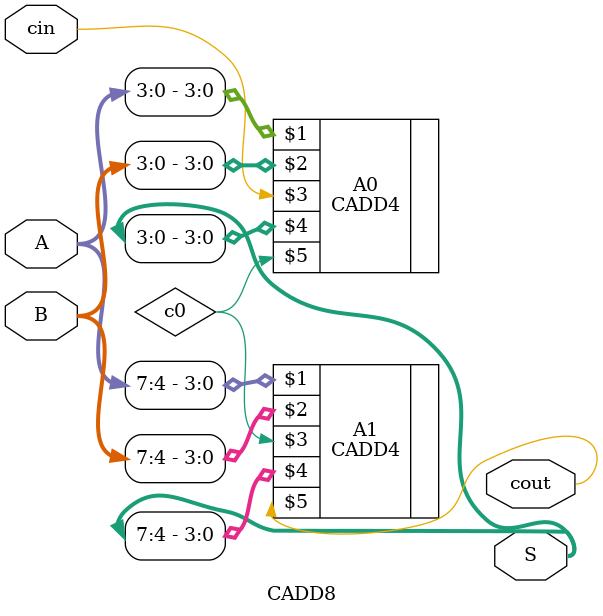
<source format=v>
module CADD8 (A,B,cin,S,cout);

input [7:0] A,B;
input cin;
output [7:0] S;
output cout;
wire c0;

CADD4 A0 (A[3:0],B[3:0],cin,S[3:0],c0);
CADD4 A1 (A[7:4],B[7:4],c0,S[7:4],cout);

endmodule 

</source>
